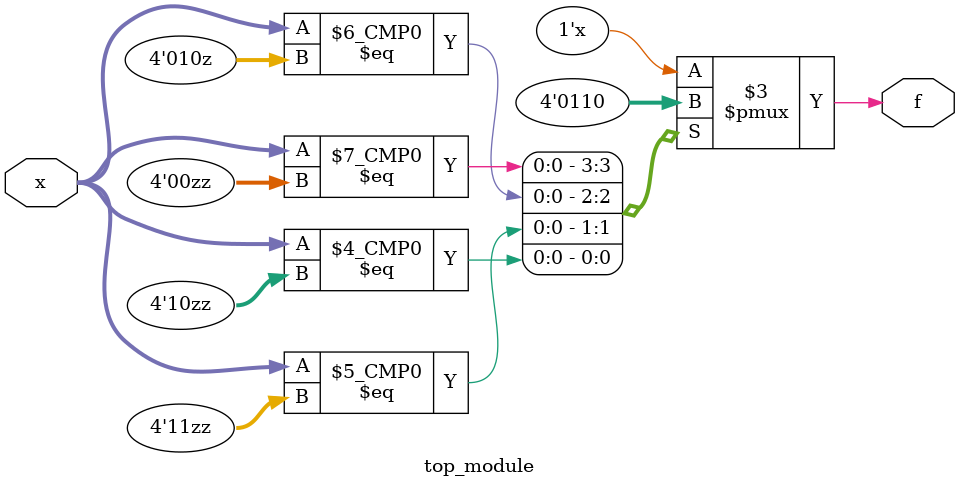
<source format=sv>
module top_module (
	input [4:1] x,
	output logic f
);
	
	always_comb begin
		case (x)
			4'b00??: f = 0;
			4'b010?: f = 1;
			4'b11??: f = 1;
			4'b10??: f = 0;
		endcase
	end
	
endmodule

</source>
